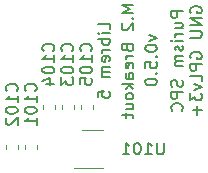
<source format=gbr>
G04 #@! TF.GenerationSoftware,KiCad,Pcbnew,6.0.7-1.fc36*
G04 #@! TF.CreationDate,2022-08-19T16:17:08-04:00*
G04 #@! TF.ProjectId,librem5-m2-breakout,6c696272-656d-4352-9d6d-322d62726561,v0.5.0*
G04 #@! TF.SameCoordinates,Original*
G04 #@! TF.FileFunction,Legend,Bot*
G04 #@! TF.FilePolarity,Positive*
%FSLAX46Y46*%
G04 Gerber Fmt 4.6, Leading zero omitted, Abs format (unit mm)*
G04 Created by KiCad (PCBNEW 6.0.7-1.fc36) date 2022-08-19 16:17:08*
%MOMM*%
%LPD*%
G01*
G04 APERTURE LIST*
%ADD10C,0.150000*%
%ADD11C,0.120000*%
G04 APERTURE END LIST*
D10*
X139785714Y-92857142D02*
X140452380Y-93095238D01*
X139785714Y-93333333D01*
X139452380Y-93904761D02*
X139452380Y-94000000D01*
X139500000Y-94095238D01*
X139547619Y-94142857D01*
X139642857Y-94190476D01*
X139833333Y-94238095D01*
X140071428Y-94238095D01*
X140261904Y-94190476D01*
X140357142Y-94142857D01*
X140404761Y-94095238D01*
X140452380Y-94000000D01*
X140452380Y-93904761D01*
X140404761Y-93809523D01*
X140357142Y-93761904D01*
X140261904Y-93714285D01*
X140071428Y-93666666D01*
X139833333Y-93666666D01*
X139642857Y-93714285D01*
X139547619Y-93761904D01*
X139500000Y-93809523D01*
X139452380Y-93904761D01*
X140357142Y-94666666D02*
X140404761Y-94714285D01*
X140452380Y-94666666D01*
X140404761Y-94619047D01*
X140357142Y-94666666D01*
X140452380Y-94666666D01*
X139452380Y-95619047D02*
X139452380Y-95142857D01*
X139928571Y-95095238D01*
X139880952Y-95142857D01*
X139833333Y-95238095D01*
X139833333Y-95476190D01*
X139880952Y-95571428D01*
X139928571Y-95619047D01*
X140023809Y-95666666D01*
X140261904Y-95666666D01*
X140357142Y-95619047D01*
X140404761Y-95571428D01*
X140452380Y-95476190D01*
X140452380Y-95238095D01*
X140404761Y-95142857D01*
X140357142Y-95095238D01*
X140357142Y-96095238D02*
X140404761Y-96142857D01*
X140452380Y-96095238D01*
X140404761Y-96047619D01*
X140357142Y-96095238D01*
X140452380Y-96095238D01*
X139452380Y-96761904D02*
X139452380Y-96857142D01*
X139500000Y-96952380D01*
X139547619Y-97000000D01*
X139642857Y-97047619D01*
X139833333Y-97095238D01*
X140071428Y-97095238D01*
X140261904Y-97047619D01*
X140357142Y-97000000D01*
X140404761Y-96952380D01*
X140452380Y-96857142D01*
X140452380Y-96761904D01*
X140404761Y-96666666D01*
X140357142Y-96619047D01*
X140261904Y-96571428D01*
X140071428Y-96523809D01*
X139833333Y-96523809D01*
X139642857Y-96571428D01*
X139547619Y-96619047D01*
X139500000Y-96666666D01*
X139452380Y-96761904D01*
X142647380Y-90809523D02*
X141647380Y-90809523D01*
X141647380Y-91190476D01*
X141695000Y-91285714D01*
X141742619Y-91333333D01*
X141837857Y-91380952D01*
X141980714Y-91380952D01*
X142075952Y-91333333D01*
X142123571Y-91285714D01*
X142171190Y-91190476D01*
X142171190Y-90809523D01*
X141980714Y-92238095D02*
X142647380Y-92238095D01*
X141980714Y-91809523D02*
X142504523Y-91809523D01*
X142599761Y-91857142D01*
X142647380Y-91952380D01*
X142647380Y-92095238D01*
X142599761Y-92190476D01*
X142552142Y-92238095D01*
X142647380Y-92714285D02*
X141980714Y-92714285D01*
X142171190Y-92714285D02*
X142075952Y-92761904D01*
X142028333Y-92809523D01*
X141980714Y-92904761D01*
X141980714Y-93000000D01*
X142647380Y-93333333D02*
X141980714Y-93333333D01*
X141647380Y-93333333D02*
X141695000Y-93285714D01*
X141742619Y-93333333D01*
X141695000Y-93380952D01*
X141647380Y-93333333D01*
X141742619Y-93333333D01*
X142599761Y-93761904D02*
X142647380Y-93857142D01*
X142647380Y-94047619D01*
X142599761Y-94142857D01*
X142504523Y-94190476D01*
X142456904Y-94190476D01*
X142361666Y-94142857D01*
X142314047Y-94047619D01*
X142314047Y-93904761D01*
X142266428Y-93809523D01*
X142171190Y-93761904D01*
X142123571Y-93761904D01*
X142028333Y-93809523D01*
X141980714Y-93904761D01*
X141980714Y-94047619D01*
X142028333Y-94142857D01*
X142647380Y-94619047D02*
X141980714Y-94619047D01*
X142075952Y-94619047D02*
X142028333Y-94666666D01*
X141980714Y-94761904D01*
X141980714Y-94904761D01*
X142028333Y-95000000D01*
X142123571Y-95047619D01*
X142647380Y-95047619D01*
X142123571Y-95047619D02*
X142028333Y-95095238D01*
X141980714Y-95190476D01*
X141980714Y-95333333D01*
X142028333Y-95428571D01*
X142123571Y-95476190D01*
X142647380Y-95476190D01*
X142599761Y-96666666D02*
X142647380Y-96809523D01*
X142647380Y-97047619D01*
X142599761Y-97142857D01*
X142552142Y-97190476D01*
X142456904Y-97238095D01*
X142361666Y-97238095D01*
X142266428Y-97190476D01*
X142218809Y-97142857D01*
X142171190Y-97047619D01*
X142123571Y-96857142D01*
X142075952Y-96761904D01*
X142028333Y-96714285D01*
X141933095Y-96666666D01*
X141837857Y-96666666D01*
X141742619Y-96714285D01*
X141695000Y-96761904D01*
X141647380Y-96857142D01*
X141647380Y-97095238D01*
X141695000Y-97238095D01*
X142647380Y-97666666D02*
X141647380Y-97666666D01*
X141647380Y-98047619D01*
X141695000Y-98142857D01*
X141742619Y-98190476D01*
X141837857Y-98238095D01*
X141980714Y-98238095D01*
X142075952Y-98190476D01*
X142123571Y-98142857D01*
X142171190Y-98047619D01*
X142171190Y-97666666D01*
X142552142Y-99238095D02*
X142599761Y-99190476D01*
X142647380Y-99047619D01*
X142647380Y-98952380D01*
X142599761Y-98809523D01*
X142504523Y-98714285D01*
X142409285Y-98666666D01*
X142218809Y-98619047D01*
X142075952Y-98619047D01*
X141885476Y-98666666D01*
X141790238Y-98714285D01*
X141695000Y-98809523D01*
X141647380Y-98952380D01*
X141647380Y-99047619D01*
X141695000Y-99190476D01*
X141742619Y-99238095D01*
X143305000Y-90952380D02*
X143257380Y-90857142D01*
X143257380Y-90714285D01*
X143305000Y-90571428D01*
X143400238Y-90476190D01*
X143495476Y-90428571D01*
X143685952Y-90380952D01*
X143828809Y-90380952D01*
X144019285Y-90428571D01*
X144114523Y-90476190D01*
X144209761Y-90571428D01*
X144257380Y-90714285D01*
X144257380Y-90809523D01*
X144209761Y-90952380D01*
X144162142Y-91000000D01*
X143828809Y-91000000D01*
X143828809Y-90809523D01*
X144257380Y-91428571D02*
X143257380Y-91428571D01*
X144257380Y-92000000D01*
X143257380Y-92000000D01*
X143257380Y-92476190D02*
X144066904Y-92476190D01*
X144162142Y-92523809D01*
X144209761Y-92571428D01*
X144257380Y-92666666D01*
X144257380Y-92857142D01*
X144209761Y-92952380D01*
X144162142Y-93000000D01*
X144066904Y-93047619D01*
X143257380Y-93047619D01*
X143305000Y-94809523D02*
X143257380Y-94714285D01*
X143257380Y-94571428D01*
X143305000Y-94428571D01*
X143400238Y-94333333D01*
X143495476Y-94285714D01*
X143685952Y-94238095D01*
X143828809Y-94238095D01*
X144019285Y-94285714D01*
X144114523Y-94333333D01*
X144209761Y-94428571D01*
X144257380Y-94571428D01*
X144257380Y-94666666D01*
X144209761Y-94809523D01*
X144162142Y-94857142D01*
X143828809Y-94857142D01*
X143828809Y-94666666D01*
X144257380Y-95285714D02*
X143257380Y-95285714D01*
X143257380Y-95666666D01*
X143305000Y-95761904D01*
X143352619Y-95809523D01*
X143447857Y-95857142D01*
X143590714Y-95857142D01*
X143685952Y-95809523D01*
X143733571Y-95761904D01*
X143781190Y-95666666D01*
X143781190Y-95285714D01*
X144257380Y-96761904D02*
X144257380Y-96285714D01*
X143257380Y-96285714D01*
X143590714Y-97000000D02*
X144257380Y-97238095D01*
X143590714Y-97476190D01*
X143257380Y-97761904D02*
X143257380Y-98380952D01*
X143638333Y-98047619D01*
X143638333Y-98190476D01*
X143685952Y-98285714D01*
X143733571Y-98333333D01*
X143828809Y-98380952D01*
X144066904Y-98380952D01*
X144162142Y-98333333D01*
X144209761Y-98285714D01*
X144257380Y-98190476D01*
X144257380Y-97904761D01*
X144209761Y-97809523D01*
X144162142Y-97761904D01*
X143876428Y-98809523D02*
X143876428Y-99571428D01*
X144257380Y-99190476D02*
X143495476Y-99190476D01*
X138452380Y-90285714D02*
X137452380Y-90285714D01*
X138166666Y-90619047D01*
X137452380Y-90952380D01*
X138452380Y-90952380D01*
X138357142Y-91428571D02*
X138404761Y-91476190D01*
X138452380Y-91428571D01*
X138404761Y-91380952D01*
X138357142Y-91428571D01*
X138452380Y-91428571D01*
X137547619Y-91857142D02*
X137500000Y-91904761D01*
X137452380Y-92000000D01*
X137452380Y-92238095D01*
X137500000Y-92333333D01*
X137547619Y-92380952D01*
X137642857Y-92428571D01*
X137738095Y-92428571D01*
X137880952Y-92380952D01*
X138452380Y-91809523D01*
X138452380Y-92428571D01*
X137928571Y-93952380D02*
X137976190Y-94095238D01*
X138023809Y-94142857D01*
X138119047Y-94190476D01*
X138261904Y-94190476D01*
X138357142Y-94142857D01*
X138404761Y-94095238D01*
X138452380Y-94000000D01*
X138452380Y-93619047D01*
X137452380Y-93619047D01*
X137452380Y-93952380D01*
X137500000Y-94047619D01*
X137547619Y-94095238D01*
X137642857Y-94142857D01*
X137738095Y-94142857D01*
X137833333Y-94095238D01*
X137880952Y-94047619D01*
X137928571Y-93952380D01*
X137928571Y-93619047D01*
X138452380Y-94619047D02*
X137785714Y-94619047D01*
X137976190Y-94619047D02*
X137880952Y-94666666D01*
X137833333Y-94714285D01*
X137785714Y-94809523D01*
X137785714Y-94904761D01*
X138404761Y-95619047D02*
X138452380Y-95523809D01*
X138452380Y-95333333D01*
X138404761Y-95238095D01*
X138309523Y-95190476D01*
X137928571Y-95190476D01*
X137833333Y-95238095D01*
X137785714Y-95333333D01*
X137785714Y-95523809D01*
X137833333Y-95619047D01*
X137928571Y-95666666D01*
X138023809Y-95666666D01*
X138119047Y-95190476D01*
X138452380Y-96523809D02*
X137928571Y-96523809D01*
X137833333Y-96476190D01*
X137785714Y-96380952D01*
X137785714Y-96190476D01*
X137833333Y-96095238D01*
X138404761Y-96523809D02*
X138452380Y-96428571D01*
X138452380Y-96190476D01*
X138404761Y-96095238D01*
X138309523Y-96047619D01*
X138214285Y-96047619D01*
X138119047Y-96095238D01*
X138071428Y-96190476D01*
X138071428Y-96428571D01*
X138023809Y-96523809D01*
X138452380Y-97000000D02*
X137452380Y-97000000D01*
X138071428Y-97095238D02*
X138452380Y-97380952D01*
X137785714Y-97380952D02*
X138166666Y-97000000D01*
X138452380Y-97952380D02*
X138404761Y-97857142D01*
X138357142Y-97809523D01*
X138261904Y-97761904D01*
X137976190Y-97761904D01*
X137880952Y-97809523D01*
X137833333Y-97857142D01*
X137785714Y-97952380D01*
X137785714Y-98095238D01*
X137833333Y-98190476D01*
X137880952Y-98238095D01*
X137976190Y-98285714D01*
X138261904Y-98285714D01*
X138357142Y-98238095D01*
X138404761Y-98190476D01*
X138452380Y-98095238D01*
X138452380Y-97952380D01*
X137785714Y-99142857D02*
X138452380Y-99142857D01*
X137785714Y-98714285D02*
X138309523Y-98714285D01*
X138404761Y-98761904D01*
X138452380Y-98857142D01*
X138452380Y-99000000D01*
X138404761Y-99095238D01*
X138357142Y-99142857D01*
X137785714Y-99476190D02*
X137785714Y-99857142D01*
X137452380Y-99619047D02*
X138309523Y-99619047D01*
X138404761Y-99666666D01*
X138452380Y-99761904D01*
X138452380Y-99857142D01*
X136452380Y-92357142D02*
X136452380Y-91880952D01*
X135452380Y-91880952D01*
X136452380Y-92690476D02*
X135785714Y-92690476D01*
X135452380Y-92690476D02*
X135500000Y-92642857D01*
X135547619Y-92690476D01*
X135500000Y-92738095D01*
X135452380Y-92690476D01*
X135547619Y-92690476D01*
X136452380Y-93166666D02*
X135452380Y-93166666D01*
X135833333Y-93166666D02*
X135785714Y-93261904D01*
X135785714Y-93452380D01*
X135833333Y-93547619D01*
X135880952Y-93595238D01*
X135976190Y-93642857D01*
X136261904Y-93642857D01*
X136357142Y-93595238D01*
X136404761Y-93547619D01*
X136452380Y-93452380D01*
X136452380Y-93261904D01*
X136404761Y-93166666D01*
X136452380Y-94071428D02*
X135785714Y-94071428D01*
X135976190Y-94071428D02*
X135880952Y-94119047D01*
X135833333Y-94166666D01*
X135785714Y-94261904D01*
X135785714Y-94357142D01*
X136404761Y-95071428D02*
X136452380Y-94976190D01*
X136452380Y-94785714D01*
X136404761Y-94690476D01*
X136309523Y-94642857D01*
X135928571Y-94642857D01*
X135833333Y-94690476D01*
X135785714Y-94785714D01*
X135785714Y-94976190D01*
X135833333Y-95071428D01*
X135928571Y-95119047D01*
X136023809Y-95119047D01*
X136119047Y-94642857D01*
X136452380Y-95547619D02*
X135785714Y-95547619D01*
X135880952Y-95547619D02*
X135833333Y-95595238D01*
X135785714Y-95690476D01*
X135785714Y-95833333D01*
X135833333Y-95928571D01*
X135928571Y-95976190D01*
X136452380Y-95976190D01*
X135928571Y-95976190D02*
X135833333Y-96023809D01*
X135785714Y-96119047D01*
X135785714Y-96261904D01*
X135833333Y-96357142D01*
X135928571Y-96404761D01*
X136452380Y-96404761D01*
X135452380Y-98119047D02*
X135452380Y-97642857D01*
X135928571Y-97595238D01*
X135880952Y-97642857D01*
X135833333Y-97738095D01*
X135833333Y-97976190D01*
X135880952Y-98071428D01*
X135928571Y-98119047D01*
X136023809Y-98166666D01*
X136261904Y-98166666D01*
X136357142Y-98119047D01*
X136404761Y-98071428D01*
X136452380Y-97976190D01*
X136452380Y-97738095D01*
X136404761Y-97642857D01*
X136357142Y-97595238D01*
X128557142Y-97580952D02*
X128604761Y-97533333D01*
X128652380Y-97390476D01*
X128652380Y-97295238D01*
X128604761Y-97152380D01*
X128509523Y-97057142D01*
X128414285Y-97009523D01*
X128223809Y-96961904D01*
X128080952Y-96961904D01*
X127890476Y-97009523D01*
X127795238Y-97057142D01*
X127700000Y-97152380D01*
X127652380Y-97295238D01*
X127652380Y-97390476D01*
X127700000Y-97533333D01*
X127747619Y-97580952D01*
X128652380Y-98533333D02*
X128652380Y-97961904D01*
X128652380Y-98247619D02*
X127652380Y-98247619D01*
X127795238Y-98152380D01*
X127890476Y-98057142D01*
X127938095Y-97961904D01*
X127652380Y-99152380D02*
X127652380Y-99247619D01*
X127700000Y-99342857D01*
X127747619Y-99390476D01*
X127842857Y-99438095D01*
X128033333Y-99485714D01*
X128271428Y-99485714D01*
X128461904Y-99438095D01*
X128557142Y-99390476D01*
X128604761Y-99342857D01*
X128652380Y-99247619D01*
X128652380Y-99152380D01*
X128604761Y-99057142D01*
X128557142Y-99009523D01*
X128461904Y-98961904D01*
X128271428Y-98914285D01*
X128033333Y-98914285D01*
X127842857Y-98961904D01*
X127747619Y-99009523D01*
X127700000Y-99057142D01*
X127652380Y-99152380D01*
X127747619Y-99866666D02*
X127700000Y-99914285D01*
X127652380Y-100009523D01*
X127652380Y-100247619D01*
X127700000Y-100342857D01*
X127747619Y-100390476D01*
X127842857Y-100438095D01*
X127938095Y-100438095D01*
X128080952Y-100390476D01*
X128652380Y-99819047D01*
X128652380Y-100438095D01*
X131657142Y-94180952D02*
X131704761Y-94133333D01*
X131752380Y-93990476D01*
X131752380Y-93895238D01*
X131704761Y-93752380D01*
X131609523Y-93657142D01*
X131514285Y-93609523D01*
X131323809Y-93561904D01*
X131180952Y-93561904D01*
X130990476Y-93609523D01*
X130895238Y-93657142D01*
X130800000Y-93752380D01*
X130752380Y-93895238D01*
X130752380Y-93990476D01*
X130800000Y-94133333D01*
X130847619Y-94180952D01*
X131752380Y-95133333D02*
X131752380Y-94561904D01*
X131752380Y-94847619D02*
X130752380Y-94847619D01*
X130895238Y-94752380D01*
X130990476Y-94657142D01*
X131038095Y-94561904D01*
X130752380Y-95752380D02*
X130752380Y-95847619D01*
X130800000Y-95942857D01*
X130847619Y-95990476D01*
X130942857Y-96038095D01*
X131133333Y-96085714D01*
X131371428Y-96085714D01*
X131561904Y-96038095D01*
X131657142Y-95990476D01*
X131704761Y-95942857D01*
X131752380Y-95847619D01*
X131752380Y-95752380D01*
X131704761Y-95657142D01*
X131657142Y-95609523D01*
X131561904Y-95561904D01*
X131371428Y-95514285D01*
X131133333Y-95514285D01*
X130942857Y-95561904D01*
X130847619Y-95609523D01*
X130800000Y-95657142D01*
X130752380Y-95752380D01*
X131085714Y-96942857D02*
X131752380Y-96942857D01*
X130704761Y-96704761D02*
X131419047Y-96466666D01*
X131419047Y-97085714D01*
X134857142Y-94180952D02*
X134904761Y-94133333D01*
X134952380Y-93990476D01*
X134952380Y-93895238D01*
X134904761Y-93752380D01*
X134809523Y-93657142D01*
X134714285Y-93609523D01*
X134523809Y-93561904D01*
X134380952Y-93561904D01*
X134190476Y-93609523D01*
X134095238Y-93657142D01*
X134000000Y-93752380D01*
X133952380Y-93895238D01*
X133952380Y-93990476D01*
X134000000Y-94133333D01*
X134047619Y-94180952D01*
X134952380Y-95133333D02*
X134952380Y-94561904D01*
X134952380Y-94847619D02*
X133952380Y-94847619D01*
X134095238Y-94752380D01*
X134190476Y-94657142D01*
X134238095Y-94561904D01*
X133952380Y-95752380D02*
X133952380Y-95847619D01*
X134000000Y-95942857D01*
X134047619Y-95990476D01*
X134142857Y-96038095D01*
X134333333Y-96085714D01*
X134571428Y-96085714D01*
X134761904Y-96038095D01*
X134857142Y-95990476D01*
X134904761Y-95942857D01*
X134952380Y-95847619D01*
X134952380Y-95752380D01*
X134904761Y-95657142D01*
X134857142Y-95609523D01*
X134761904Y-95561904D01*
X134571428Y-95514285D01*
X134333333Y-95514285D01*
X134142857Y-95561904D01*
X134047619Y-95609523D01*
X134000000Y-95657142D01*
X133952380Y-95752380D01*
X133952380Y-96990476D02*
X133952380Y-96514285D01*
X134428571Y-96466666D01*
X134380952Y-96514285D01*
X134333333Y-96609523D01*
X134333333Y-96847619D01*
X134380952Y-96942857D01*
X134428571Y-96990476D01*
X134523809Y-97038095D01*
X134761904Y-97038095D01*
X134857142Y-96990476D01*
X134904761Y-96942857D01*
X134952380Y-96847619D01*
X134952380Y-96609523D01*
X134904761Y-96514285D01*
X134857142Y-96466666D01*
X133257142Y-94180952D02*
X133304761Y-94133333D01*
X133352380Y-93990476D01*
X133352380Y-93895238D01*
X133304761Y-93752380D01*
X133209523Y-93657142D01*
X133114285Y-93609523D01*
X132923809Y-93561904D01*
X132780952Y-93561904D01*
X132590476Y-93609523D01*
X132495238Y-93657142D01*
X132400000Y-93752380D01*
X132352380Y-93895238D01*
X132352380Y-93990476D01*
X132400000Y-94133333D01*
X132447619Y-94180952D01*
X133352380Y-95133333D02*
X133352380Y-94561904D01*
X133352380Y-94847619D02*
X132352380Y-94847619D01*
X132495238Y-94752380D01*
X132590476Y-94657142D01*
X132638095Y-94561904D01*
X132352380Y-95752380D02*
X132352380Y-95847619D01*
X132400000Y-95942857D01*
X132447619Y-95990476D01*
X132542857Y-96038095D01*
X132733333Y-96085714D01*
X132971428Y-96085714D01*
X133161904Y-96038095D01*
X133257142Y-95990476D01*
X133304761Y-95942857D01*
X133352380Y-95847619D01*
X133352380Y-95752380D01*
X133304761Y-95657142D01*
X133257142Y-95609523D01*
X133161904Y-95561904D01*
X132971428Y-95514285D01*
X132733333Y-95514285D01*
X132542857Y-95561904D01*
X132447619Y-95609523D01*
X132400000Y-95657142D01*
X132352380Y-95752380D01*
X132352380Y-96419047D02*
X132352380Y-97038095D01*
X132733333Y-96704761D01*
X132733333Y-96847619D01*
X132780952Y-96942857D01*
X132828571Y-96990476D01*
X132923809Y-97038095D01*
X133161904Y-97038095D01*
X133257142Y-96990476D01*
X133304761Y-96942857D01*
X133352380Y-96847619D01*
X133352380Y-96561904D01*
X133304761Y-96466666D01*
X133257142Y-96419047D01*
X141014285Y-101952380D02*
X141014285Y-102761904D01*
X140966666Y-102857142D01*
X140919047Y-102904761D01*
X140823809Y-102952380D01*
X140633333Y-102952380D01*
X140538095Y-102904761D01*
X140490476Y-102857142D01*
X140442857Y-102761904D01*
X140442857Y-101952380D01*
X139442857Y-102952380D02*
X140014285Y-102952380D01*
X139728571Y-102952380D02*
X139728571Y-101952380D01*
X139823809Y-102095238D01*
X139919047Y-102190476D01*
X140014285Y-102238095D01*
X138823809Y-101952380D02*
X138728571Y-101952380D01*
X138633333Y-102000000D01*
X138585714Y-102047619D01*
X138538095Y-102142857D01*
X138490476Y-102333333D01*
X138490476Y-102571428D01*
X138538095Y-102761904D01*
X138585714Y-102857142D01*
X138633333Y-102904761D01*
X138728571Y-102952380D01*
X138823809Y-102952380D01*
X138919047Y-102904761D01*
X138966666Y-102857142D01*
X139014285Y-102761904D01*
X139061904Y-102571428D01*
X139061904Y-102333333D01*
X139014285Y-102142857D01*
X138966666Y-102047619D01*
X138919047Y-102000000D01*
X138823809Y-101952380D01*
X137538095Y-102952380D02*
X138109523Y-102952380D01*
X137823809Y-102952380D02*
X137823809Y-101952380D01*
X137919047Y-102095238D01*
X138014285Y-102190476D01*
X138109523Y-102238095D01*
X130157142Y-97580952D02*
X130204761Y-97533333D01*
X130252380Y-97390476D01*
X130252380Y-97295238D01*
X130204761Y-97152380D01*
X130109523Y-97057142D01*
X130014285Y-97009523D01*
X129823809Y-96961904D01*
X129680952Y-96961904D01*
X129490476Y-97009523D01*
X129395238Y-97057142D01*
X129300000Y-97152380D01*
X129252380Y-97295238D01*
X129252380Y-97390476D01*
X129300000Y-97533333D01*
X129347619Y-97580952D01*
X130252380Y-98533333D02*
X130252380Y-97961904D01*
X130252380Y-98247619D02*
X129252380Y-98247619D01*
X129395238Y-98152380D01*
X129490476Y-98057142D01*
X129538095Y-97961904D01*
X129252380Y-99152380D02*
X129252380Y-99247619D01*
X129300000Y-99342857D01*
X129347619Y-99390476D01*
X129442857Y-99438095D01*
X129633333Y-99485714D01*
X129871428Y-99485714D01*
X130061904Y-99438095D01*
X130157142Y-99390476D01*
X130204761Y-99342857D01*
X130252380Y-99247619D01*
X130252380Y-99152380D01*
X130204761Y-99057142D01*
X130157142Y-99009523D01*
X130061904Y-98961904D01*
X129871428Y-98914285D01*
X129633333Y-98914285D01*
X129442857Y-98961904D01*
X129347619Y-99009523D01*
X129300000Y-99057142D01*
X129252380Y-99152380D01*
X130252380Y-100438095D02*
X130252380Y-99866666D01*
X130252380Y-100152380D02*
X129252380Y-100152380D01*
X129395238Y-100057142D01*
X129490476Y-99961904D01*
X129538095Y-99866666D01*
D11*
X127690000Y-102471267D02*
X127690000Y-102128733D01*
X128710000Y-102471267D02*
X128710000Y-102128733D01*
X130790000Y-99071267D02*
X130790000Y-98728733D01*
X131810000Y-99071267D02*
X131810000Y-98728733D01*
X135010000Y-99071267D02*
X135010000Y-98728733D01*
X133990000Y-99071267D02*
X133990000Y-98728733D01*
X132390000Y-99071267D02*
X132390000Y-98728733D01*
X133410000Y-99071267D02*
X133410000Y-98728733D01*
X135900000Y-104110000D02*
X133450000Y-104110000D01*
X134100000Y-100890000D02*
X135900000Y-100890000D01*
X129290000Y-102471267D02*
X129290000Y-102128733D01*
X130310000Y-102471267D02*
X130310000Y-102128733D01*
M02*

</source>
